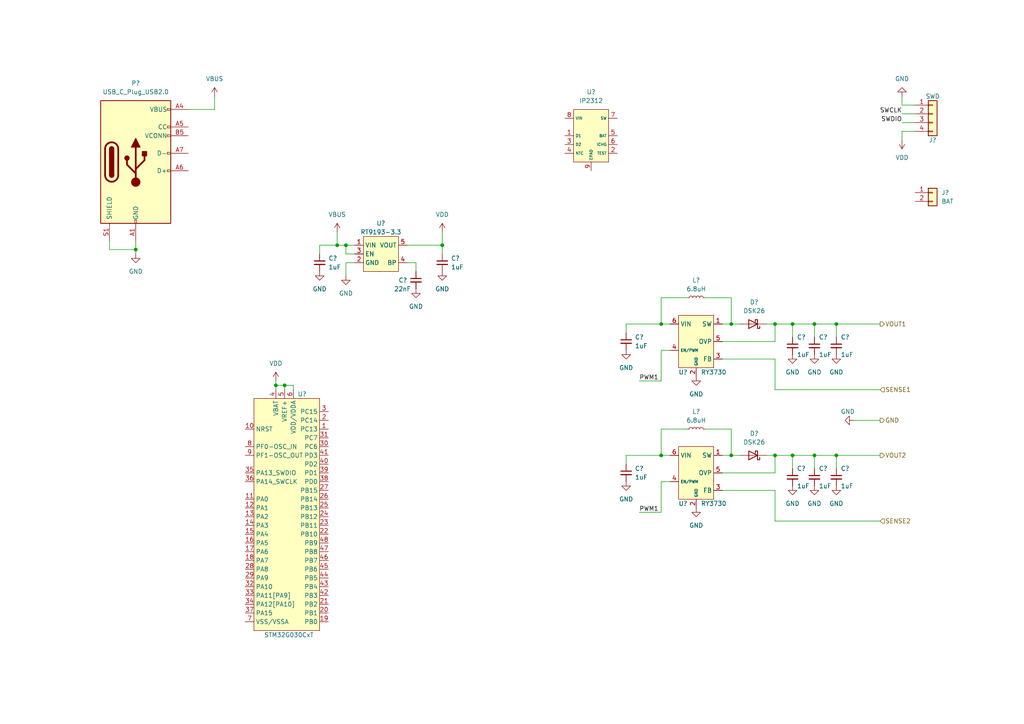
<source format=kicad_sch>
(kicad_sch (version 20211123) (generator eeschema)
  (paper "A4")
  (lib_symbols
    (symbol "Connector:USB_C_Plug_USB2.0" (pin_names (offset 1.016))
      (property "Reference" "P" (at -10.16 19.05 0))
      (property "Value" "USB_C_Plug_USB2.0" (at 12.7 19.05 0))
      (symbol "USB_C_Plug_USB2.0_0_0"
        (rectangle (start -0.254 -17.78) (end 0.254 -16.764))
        (rectangle (start 10.16 -2.286) (end 9.144 -2.794))
        (rectangle (start 10.16 2.794) (end 9.144 2.286))
        (rectangle (start 10.16 7.874) (end 9.144 7.366))
        (rectangle (start 10.16 10.414) (end 9.144 9.906))
        (rectangle (start 10.16 15.494) (end 9.144 14.986))
      )
      (symbol "USB_C_Plug_USB2.0_0_1"
        (rectangle (start -10.16 17.78) (end 10.16 -17.78) (stroke (width 0.254)) (fill (type background)))
        (arc (start -8.89 -3.81) (mid -6.985 -5.715) (end -5.08 -3.81) (stroke (width 0.508)))
        (arc (start -7.62 -3.81) (mid -6.985 -4.445) (end -6.35 -3.81) (stroke (width 0.254)))
        (arc (start -7.62 -3.81) (mid -6.985 -4.445) (end -6.35 -3.81) (stroke (width 0.254)) (fill (type outline)))
        (rectangle (start -7.62 -3.81) (end -6.35 3.81) (stroke (width 0.254)) (fill (type outline)))
        (arc (start -6.35 3.81) (mid -6.985 4.445) (end -7.62 3.81) (stroke (width 0.254)))
        (arc (start -6.35 3.81) (mid -6.985 4.445) (end -7.62 3.81) (stroke (width 0.254)) (fill (type outline)))
        (arc (start -5.08 3.81) (mid -6.985 5.715) (end -8.89 3.81) (stroke (width 0.508)))
        (circle (center -2.54 1.143) (radius 0.635) (stroke (width 0.254)) (fill (type outline)))
        (circle (center 0 -5.842) (radius 1.27) (fill (type outline)))
        (polyline (pts (xy -8.89 -3.81) (xy -8.89 3.81)) (stroke (width 0.508)))
        (polyline (pts (xy -5.08 3.81) (xy -5.08 -3.81)) (stroke (width 0.508)))
        (polyline (pts (xy 0 -5.842) (xy 0 4.318)) (stroke (width 0.508)))
        (polyline (pts (xy 0 -3.302) (xy -2.54 -0.762) (xy -2.54 0.508)) (stroke (width 0.508)))
        (polyline (pts (xy 0 -2.032) (xy 2.54 0.508) (xy 2.54 1.778)) (stroke (width 0.508)))
        (polyline (pts (xy -1.27 4.318) (xy 0 6.858) (xy 1.27 4.318) (xy -1.27 4.318)) (stroke (width 0.254)) (fill (type outline)))
        (rectangle (start 1.905 1.778) (end 3.175 3.048) (stroke (width 0.254)) (fill (type outline)))
      )
      (symbol "USB_C_Plug_USB2.0_1_1"
        (pin passive line (at 0 -22.86 90) (length 5.08) (name "GND") (number "A1"))
        (pin passive line (at 0 -22.86 90) (length 5.08) hide (name "GND") (number "A12"))
        (pin passive line (at 15.24 15.24 180) (length 5.08) (name "VBUS") (number "A4"))
        (pin bidirectional line (at 15.24 10.16 180) (length 5.08) (name "CC") (number "A5"))
        (pin bidirectional line (at 15.24 -2.54 180) (length 5.08) (name "D+") (number "A6"))
        (pin bidirectional line (at 15.24 2.54 180) (length 5.08) (name "D-") (number "A7"))
        (pin passive line (at 15.24 15.24 180) (length 5.08) hide (name "VBUS") (number "A9"))
        (pin passive line (at 0 -22.86 90) (length 5.08) hide (name "GND") (number "B1"))
        (pin passive line (at 0 -22.86 90) (length 5.08) hide (name "GND") (number "B12"))
        (pin passive line (at 15.24 15.24 180) (length 5.08) hide (name "VBUS") (number "B4"))
        (pin bidirectional line (at 15.24 7.62 180) (length 5.08) (name "VCONN") (number "B5"))
        (pin passive line (at 15.24 15.24 180) (length 5.08) hide (name "VBUS") (number "B9"))
        (pin passive line (at -7.62 -22.86 90) (length 5.08) (name "SHIELD") (number "S1"))
      )
    )
    (symbol "Connector_Generic:Conn_01x02" (pin_names (offset 1.016) hide)
      (property "Reference" "J" (at 0 2.54 0))
      (property "Value" "Conn_01x02" (at 0 -5.08 0))
      (symbol "Conn_01x02_1_1"
        (rectangle (start -1.27 -2.413) (end 0 -2.667) (stroke (width 0.1524)))
        (rectangle (start -1.27 0.127) (end 0 -0.127) (stroke (width 0.1524)))
        (rectangle (start -1.27 1.27) (end 1.27 -3.81) (stroke (width 0.254)) (fill (type background)))
        (pin passive line (at -5.08 0 0) (length 3.81) (name "Pin_1") (number "1"))
        (pin passive line (at -5.08 -2.54 0) (length 3.81) (name "Pin_2") (number "2"))
      )
    )
    (symbol "Connector_Generic:Conn_01x04" (pin_names (offset 1.016) hide)
      (property "Reference" "J" (at 0 5.08 0))
      (property "Value" "Conn_01x04" (at 0 -7.62 0))
      (symbol "Conn_01x04_1_1"
        (rectangle (start -1.27 -4.953) (end 0 -5.207) (stroke (width 0.1524)))
        (rectangle (start -1.27 -2.413) (end 0 -2.667) (stroke (width 0.1524)))
        (rectangle (start -1.27 0.127) (end 0 -0.127) (stroke (width 0.1524)))
        (rectangle (start -1.27 2.667) (end 0 2.413) (stroke (width 0.1524)))
        (rectangle (start -1.27 3.81) (end 1.27 -6.35) (stroke (width 0.254)) (fill (type background)))
        (pin passive line (at -5.08 2.54 0) (length 3.81) (name "Pin_1") (number "1"))
        (pin passive line (at -5.08 0 0) (length 3.81) (name "Pin_2") (number "2"))
        (pin passive line (at -5.08 -2.54 0) (length 3.81) (name "Pin_3") (number "3"))
        (pin passive line (at -5.08 -5.08 0) (length 3.81) (name "Pin_4") (number "4"))
      )
    )
    (symbol "Device:C_Small" (pin_numbers hide) (pin_names (offset 0.254) hide)
      (property "Reference" "C" (at 0.254 1.778 0))
      (property "Value" "C_Small" (at 0.254 -2.032 0))
      (symbol "C_Small_0_1"
        (polyline (pts (xy -1.524 -0.508) (xy 1.524 -0.508)) (stroke (width 0.3302)))
        (polyline (pts (xy -1.524 0.508) (xy 1.524 0.508)) (stroke (width 0.3048)))
      )
      (symbol "C_Small_1_1"
        (pin passive line (at 0 2.54 270) (length 2.032) (name "~") (number "1"))
        (pin passive line (at 0 -2.54 90) (length 2.032) (name "~") (number "2"))
      )
    )
    (symbol "Device:D_Schottky" (pin_numbers hide) (pin_names (offset 1.016) hide)
      (property "Reference" "D" (at 0 2.54 0))
      (property "Value" "D_Schottky" (at 0 -2.54 0))
      (symbol "D_Schottky_0_1"
        (polyline (pts (xy 1.27 0) (xy -1.27 0)))
        (polyline (pts (xy 1.27 1.27) (xy 1.27 -1.27) (xy -1.27 0) (xy 1.27 1.27)) (stroke (width 0.254)))
        (polyline (pts (xy -1.905 0.635) (xy -1.905 1.27) (xy -1.27 1.27) (xy -1.27 -1.27) (xy -0.635 -1.27) (xy -0.635 -0.635)) (stroke (width 0.254)))
      )
      (symbol "D_Schottky_1_1"
        (pin passive line (at -3.81 0 0) (length 2.54) (name "K") (number "1"))
        (pin passive line (at 3.81 0 180) (length 2.54) (name "A") (number "2"))
      )
    )
    (symbol "Device:L_Small" (pin_numbers hide) (pin_names (offset 0.254) hide)
      (property "Reference" "L" (at 0.762 1.016 0))
      (property "Value" "L_Small" (at 0.762 -1.016 0))
      (symbol "L_Small_0_1"
        (arc (start 0 -2.032) (mid 0.508 -1.524) (end 0 -1.016))
        (arc (start 0 -1.016) (mid 0.508 -0.508) (end 0 0))
        (arc (start 0 0) (mid 0.508 0.508) (end 0 1.016))
        (arc (start 0 1.016) (mid 0.508 1.524) (end 0 2.032))
      )
      (symbol "L_Small_1_1"
        (pin passive line (at 0 2.54 270) (length 0.508) (name "~") (number "1"))
        (pin passive line (at 0 -2.54 90) (length 0.508) (name "~") (number "2"))
      )
    )
    (symbol "EmoeLantern:IP2312"
      (property "Reference" "U" (at 1.27 -13.97 0))
      (property "Value" "IP2312" (at 0 3.81 0))
      (symbol "IP2312_0_1"
        (rectangle (start -5.08 2.54) (end 5.08 -12.7) (fill (type background)))
      )
      (symbol "IP2312_1_1"
        (pin bidirectional line (at -7.62 -5.08 0) (length 2.54) (name "D1") (number "1"))
        (pin bidirectional line (at 7.62 -10.16 180) (length 2.54) (name "TEST") (number "2"))
        (pin bidirectional line (at -7.62 -7.62 0) (length 2.54) (name "D2") (number "3"))
        (pin bidirectional line (at -7.62 -10.16 0) (length 2.54) (name "NTC") (number "4"))
        (pin bidirectional line (at 7.62 -5.08 180) (length 2.54) (name "BAT") (number "5"))
        (pin bidirectional line (at 7.62 -7.62 180) (length 2.54) (name "ICHG") (number "6"))
        (pin bidirectional line (at 7.62 0 180) (length 2.54) (name "SW") (number "7"))
        (pin bidirectional line (at -7.62 0 0) (length 2.54) (name "VIN") (number "8"))
        (pin bidirectional line (at 0 -15.24 90) (length 2.54) (name "EPAD") (number "9"))
      )
    )
    (symbol "EmoeLantern:RT9193"
      (property "Reference" "U" (at 0 6.35 0))
      (property "Value" "RT9193" (at 0 3.81 0))
      (symbol "RT9193_0_1"
        (rectangle (start -5.08 2.54) (end 5.08 -7.62) (fill (type background)))
      )
      (symbol "RT9193_1_1"
        (pin power_in line (at -7.62 0 0) (length 2.54) (name "VIN") (number "1"))
        (pin power_in line (at -7.62 -5.08 0) (length 2.54) (name "GND") (number "2"))
        (pin bidirectional line (at -7.62 -2.54 0) (length 2.54) (name "EN") (number "3"))
        (pin bidirectional line (at 7.62 -5.08 180) (length 2.54) (name "BP") (number "4"))
        (pin power_out line (at 7.62 0 180) (length 2.54) (name "VOUT") (number "5"))
      )
    )
    (symbol "EmoeLantern:RY3730"
      (property "Reference" "U" (at 1.27 -13.97 0))
      (property "Value" "RY3730" (at 0 3.81 0))
      (symbol "RY3730_0_1"
        (rectangle (start -5.08 2.54) (end 5.08 -12.7) (fill (type background)))
      )
      (symbol "RY3730_1_1"
        (pin bidirectional line (at 7.62 0 180) (length 2.54) (name "SW") (number "1"))
        (pin bidirectional line (at 0 -15.24 90) (length 2.54) (name "GND") (number "2"))
        (pin bidirectional line (at 7.62 -10.16 180) (length 2.54) (name "FB") (number "3"))
        (pin bidirectional line (at -7.62 -7.62 0) (length 2.54) (name "EN/PWM") (number "4"))
        (pin bidirectional line (at 7.62 -5.08 180) (length 2.54) (name "OVP") (number "5"))
        (pin bidirectional line (at -7.62 0 0) (length 2.54) (name "VIN") (number "6"))
      )
    )
    (symbol "MCU_ST_STM32G0:STM32G030CxT"
      (property "Reference" "U" (at 0 45.72 0))
      (property "Value" "STM32G030CxT" (at 0 45.72 0))
      (symbol "STM32G030CxT_0_1"
        (rectangle (start -8.89 29.21) (end 10.16 -38.1) (fill (type background)))
      )
      (symbol "STM32G030CxT_1_1"
        (pin bidirectional line (at 12.7 20.32 180) (length 2.54) (name "PC13") (number "1"))
        (pin bidirectional line (at -11.43 20.32 0) (length 2.54) (name "NRST") (number "10"))
        (pin bidirectional line (at -11.43 0 0) (length 2.54) (name "PA0") (number "11"))
        (pin bidirectional line (at -11.43 -2.54 0) (length 2.54) (name "PA1") (number "12"))
        (pin bidirectional line (at -11.43 -5.08 0) (length 2.54) (name "PA2") (number "13"))
        (pin bidirectional line (at -11.43 -7.62 0) (length 2.54) (name "PA3") (number "14"))
        (pin bidirectional line (at -11.43 -10.16 0) (length 2.54) (name "PA4") (number "15"))
        (pin bidirectional line (at -11.43 -12.7 0) (length 2.54) (name "PA5") (number "16"))
        (pin bidirectional line (at -11.43 -15.24 0) (length 2.54) (name "PA6") (number "17"))
        (pin bidirectional line (at -11.43 -17.78 0) (length 2.54) (name "PA7") (number "18"))
        (pin bidirectional line (at 12.7 -35.56 180) (length 2.54) (name "PB0") (number "19"))
        (pin bidirectional line (at 12.7 22.86 180) (length 2.54) (name "PC14") (number "2"))
        (pin bidirectional line (at 12.7 -33.02 180) (length 2.54) (name "PB1") (number "20"))
        (pin bidirectional line (at 12.7 -30.48 180) (length 2.54) (name "PB2") (number "21"))
        (pin bidirectional line (at 12.7 -10.16 180) (length 2.54) (name "PB10") (number "22"))
        (pin bidirectional line (at 12.7 -7.62 180) (length 2.54) (name "PB11") (number "23"))
        (pin bidirectional line (at 12.7 -5.08 180) (length 2.54) (name "PB12") (number "24"))
        (pin bidirectional line (at 12.7 -2.54 180) (length 2.54) (name "PB13") (number "25"))
        (pin bidirectional line (at 12.7 0 180) (length 2.54) (name "PB14") (number "26"))
        (pin bidirectional line (at 12.7 2.54 180) (length 2.54) (name "PB15") (number "27"))
        (pin bidirectional line (at -11.43 -20.32 0) (length 2.54) (name "PA8") (number "28"))
        (pin bidirectional line (at -11.43 -22.86 0) (length 2.54) (name "PA9") (number "29"))
        (pin bidirectional line (at 12.7 25.4 180) (length 2.54) (name "PC15") (number "3"))
        (pin bidirectional line (at 12.7 15.24 180) (length 2.54) (name "PC6") (number "30"))
        (pin bidirectional line (at 12.7 17.78 180) (length 2.54) (name "PC7") (number "31"))
        (pin bidirectional line (at -11.43 -25.4 0) (length 2.54) (name "PA10") (number "32"))
        (pin bidirectional line (at -11.43 -27.94 0) (length 2.54) (name "PA11[PA9]") (number "33"))
        (pin bidirectional line (at -11.43 -30.48 0) (length 2.54) (name "PA12[PA10]") (number "34"))
        (pin bidirectional line (at -11.43 7.62 0) (length 2.54) (name "PA13_SWDIO") (number "35"))
        (pin bidirectional line (at -11.43 5.08 0) (length 2.54) (name "PA14_SWCLK") (number "36"))
        (pin bidirectional line (at -11.43 -33.02 0) (length 2.54) (name "PA15") (number "37"))
        (pin bidirectional line (at 12.7 5.08 180) (length 2.54) (name "PD0") (number "38"))
        (pin bidirectional line (at 12.7 7.62 180) (length 2.54) (name "PD1") (number "39"))
        (pin bidirectional line (at -2.54 31.75 270) (length 2.54) (name "VBAT") (number "4"))
        (pin bidirectional line (at 12.7 10.16 180) (length 2.54) (name "PD2") (number "40"))
        (pin bidirectional line (at 12.7 12.7 180) (length 2.54) (name "PD3") (number "41"))
        (pin bidirectional line (at 12.7 -27.94 180) (length 2.54) (name "PB3") (number "42"))
        (pin bidirectional line (at 12.7 -25.4 180) (length 2.54) (name "PB4") (number "43"))
        (pin bidirectional line (at 12.7 -22.86 180) (length 2.54) (name "PB5") (number "44"))
        (pin bidirectional line (at 12.7 -20.32 180) (length 2.54) (name "PB6") (number "45"))
        (pin bidirectional line (at 12.7 -17.78 180) (length 2.54) (name "PB7") (number "46"))
        (pin bidirectional line (at 12.7 -15.24 180) (length 2.54) (name "PB8") (number "47"))
        (pin bidirectional line (at 12.7 -12.7 180) (length 2.54) (name "PB9") (number "48"))
        (pin bidirectional line (at 0 31.75 270) (length 2.54) (name "VREF+") (number "5"))
        (pin power_in line (at 2.54 31.75 270) (length 2.54) (name "VDD/VDDA") (number "6"))
        (pin bidirectional line (at -11.43 -35.56 0) (length 2.54) (name "VSS/VSSA") (number "7"))
        (pin bidirectional line (at -11.43 15.24 0) (length 2.54) (name "PF0-OSC_IN") (number "8"))
        (pin bidirectional line (at -11.43 12.7 0) (length 2.54) (name "PF1-OSC_OUT") (number "9"))
      )
    )
    (symbol "power:GND" (power) (pin_names (offset 0))
      (property "Value" "GND" (at 0 -3.81 0))
      (symbol "GND_0_1"
        (polyline (pts (xy 0 0) (xy 0 -1.27) (xy 1.27 -1.27) (xy 0 -2.54) (xy -1.27 -1.27) (xy 0 -1.27)))
      )
      (symbol "GND_1_1"
        (pin power_in line (at 0 0 270) (length 0) hide (name "GND") (number "1"))
      )
    )
    (symbol "power:VBUS" (power) (pin_names (offset 0))
      (property "Value" "VBUS" (at 0 3.81 0))
      (symbol "VBUS_0_1"
        (polyline (pts (xy -0.762 1.27) (xy 0 2.54)))
        (polyline (pts (xy 0 0) (xy 0 2.54)))
        (polyline (pts (xy 0 2.54) (xy 0.762 1.27)))
      )
      (symbol "VBUS_1_1"
        (pin power_in line (at 0 0 90) (length 0) hide (name "VBUS") (number "1"))
      )
    )
    (symbol "power:VDD" (power) (pin_names (offset 0))
      (property "Value" "VDD" (at 0 3.81 0))
      (symbol "VDD_0_1"
        (polyline (pts (xy -0.762 1.27) (xy 0 2.54)))
        (polyline (pts (xy 0 0) (xy 0 2.54)))
        (polyline (pts (xy 0 2.54) (xy 0.762 1.27)))
      )
      (symbol "VDD_1_1"
        (pin power_in line (at 0 0 90) (length 0) hide (name "VDD") (number "1"))
      )
    )
  )
  (junction (at 191.77 132.08))
  (junction (at 242.57 132.08))
  (junction (at 229.87 132.08))
  (junction (at 224.79 93.98))
  (junction (at 242.57 93.98))
  (junction (at 97.79 71.12))
  (junction (at 39.37 72.39))
  (junction (at 191.77 93.98))
  (junction (at 224.79 132.08))
  (junction (at 80.01 111.76))
  (junction (at 100.33 71.12))
  (junction (at 212.09 132.08))
  (junction (at 128.27 71.12))
  (junction (at 82.55 111.76))
  (junction (at 236.22 93.98))
  (junction (at 212.09 93.98))
  (junction (at 236.22 132.08))
  (junction (at 229.87 93.98))
  (wire (pts (xy 224.79 142.24) (xy 209.55 142.24)))
  (wire (pts (xy 236.22 132.08) (xy 229.87 132.08)))
  (wire (pts (xy 100.33 73.66) (xy 100.33 71.12)))
  (wire (pts (xy 194.31 101.6) (xy 191.77 101.6)))
  (wire (pts (xy 191.77 86.36) (xy 191.77 93.98)))
  (wire (pts (xy 100.33 71.12) (xy 102.87 71.12)))
  (wire (pts (xy 242.57 93.98) (xy 236.22 93.98)))
  (wire (pts (xy 261.62 38.1) (xy 261.62 40.64)))
  (wire (pts (xy 212.09 93.98) (xy 214.63 93.98)))
  (wire (pts (xy 85.09 113.03) (xy 85.09 111.76)))
  (wire (pts (xy 224.79 93.98) (xy 222.25 93.98)))
  (wire (pts (xy 181.61 132.08) (xy 191.77 132.08)))
  (wire (pts (xy 181.61 96.52) (xy 181.61 93.98)))
  (wire (pts (xy 54.61 31.75) (xy 62.23 31.75)))
  (wire (pts (xy 39.37 72.39) (xy 39.37 73.66)))
  (wire (pts (xy 224.79 99.06) (xy 224.79 93.98)))
  (wire (pts (xy 185.42 110.49) (xy 191.77 110.49)))
  (wire (pts (xy 242.57 132.08) (xy 236.22 132.08)))
  (wire (pts (xy 212.09 124.46) (xy 212.09 132.08)))
  (wire (pts (xy 191.77 93.98) (xy 194.31 93.98)))
  (wire (pts (xy 204.47 86.36) (xy 212.09 86.36)))
  (wire (pts (xy 100.33 76.2) (xy 100.33 80.01)))
  (wire (pts (xy 191.77 124.46) (xy 191.77 132.08)))
  (wire (pts (xy 212.09 132.08) (xy 209.55 132.08)))
  (wire (pts (xy 236.22 135.89) (xy 236.22 132.08)))
  (wire (pts (xy 247.65 121.92) (xy 255.27 121.92)))
  (wire (pts (xy 80.01 110.49) (xy 80.01 111.76)))
  (wire (pts (xy 236.22 97.79) (xy 236.22 93.98)))
  (wire (pts (xy 97.79 71.12) (xy 100.33 71.12)))
  (wire (pts (xy 209.55 99.06) (xy 224.79 99.06)))
  (wire (pts (xy 204.47 124.46) (xy 212.09 124.46)))
  (wire (pts (xy 85.09 111.76) (xy 82.55 111.76)))
  (wire (pts (xy 229.87 135.89) (xy 229.87 132.08)))
  (wire (pts (xy 229.87 93.98) (xy 224.79 93.98)))
  (wire (pts (xy 224.79 132.08) (xy 222.25 132.08)))
  (wire (pts (xy 229.87 132.08) (xy 224.79 132.08)))
  (wire (pts (xy 265.43 38.1) (xy 261.62 38.1)))
  (wire (pts (xy 39.37 69.85) (xy 39.37 72.39)))
  (wire (pts (xy 120.65 76.2) (xy 118.11 76.2)))
  (wire (pts (xy 97.79 67.31) (xy 97.79 71.12)))
  (wire (pts (xy 265.43 35.56) (xy 261.62 35.56)))
  (wire (pts (xy 31.75 69.85) (xy 31.75 72.39)))
  (wire (pts (xy 224.79 137.16) (xy 224.79 132.08)))
  (wire (pts (xy 242.57 97.79) (xy 242.57 93.98)))
  (wire (pts (xy 128.27 67.31) (xy 128.27 71.12)))
  (wire (pts (xy 120.65 78.74) (xy 120.65 76.2)))
  (wire (pts (xy 212.09 86.36) (xy 212.09 93.98)))
  (wire (pts (xy 194.31 139.7) (xy 191.77 139.7)))
  (wire (pts (xy 102.87 76.2) (xy 100.33 76.2)))
  (wire (pts (xy 92.71 73.66) (xy 92.71 71.12)))
  (wire (pts (xy 224.79 151.13) (xy 224.79 142.24)))
  (wire (pts (xy 128.27 73.66) (xy 128.27 71.12)))
  (wire (pts (xy 191.77 139.7) (xy 191.77 148.59)))
  (wire (pts (xy 265.43 33.02) (xy 261.62 33.02)))
  (wire (pts (xy 261.62 27.94) (xy 261.62 30.48)))
  (wire (pts (xy 191.77 101.6) (xy 191.77 110.49)))
  (wire (pts (xy 181.61 93.98) (xy 191.77 93.98)))
  (wire (pts (xy 92.71 71.12) (xy 97.79 71.12)))
  (wire (pts (xy 261.62 30.48) (xy 265.43 30.48)))
  (wire (pts (xy 242.57 132.08) (xy 255.27 132.08)))
  (wire (pts (xy 242.57 93.98) (xy 255.27 93.98)))
  (wire (pts (xy 224.79 151.13) (xy 255.27 151.13)))
  (wire (pts (xy 242.57 135.89) (xy 242.57 132.08)))
  (wire (pts (xy 128.27 71.12) (xy 118.11 71.12)))
  (wire (pts (xy 199.39 124.46) (xy 191.77 124.46)))
  (wire (pts (xy 31.75 72.39) (xy 39.37 72.39)))
  (wire (pts (xy 181.61 134.62) (xy 181.61 132.08)))
  (wire (pts (xy 212.09 132.08) (xy 214.63 132.08)))
  (wire (pts (xy 185.42 148.59) (xy 191.77 148.59)))
  (wire (pts (xy 191.77 132.08) (xy 194.31 132.08)))
  (wire (pts (xy 62.23 31.75) (xy 62.23 27.94)))
  (wire (pts (xy 82.55 113.03) (xy 82.55 111.76)))
  (wire (pts (xy 224.79 113.03) (xy 255.27 113.03)))
  (wire (pts (xy 82.55 111.76) (xy 80.01 111.76)))
  (wire (pts (xy 224.79 104.14) (xy 209.55 104.14)))
  (wire (pts (xy 229.87 97.79) (xy 229.87 93.98)))
  (wire (pts (xy 102.87 73.66) (xy 100.33 73.66)))
  (wire (pts (xy 224.79 113.03) (xy 224.79 104.14)))
  (wire (pts (xy 80.01 111.76) (xy 80.01 113.03)))
  (wire (pts (xy 236.22 93.98) (xy 229.87 93.98)))
  (wire (pts (xy 212.09 93.98) (xy 209.55 93.98)))
  (wire (pts (xy 209.55 137.16) (xy 224.79 137.16)))
  (wire (pts (xy 199.39 86.36) (xy 191.77 86.36)))
  (label "SWCLK" (at 261.62 33.02 180))
  (label "SWDIO" (at 261.62 35.56 180))
  (label "PWM1" (at 185.42 110.49 0))
  (label "PWM1" (at 185.42 148.59 0))
  (hierarchical_label "SENSE2" (shape input) (at 255.27 151.13 0))
  (hierarchical_label "VOUT2" (shape output) (at 255.27 132.08 0))
  (hierarchical_label "VOUT1" (shape output) (at 255.27 93.98 0))
  (hierarchical_label "SENSE1" (shape input) (at 255.27 113.03 0))
  (hierarchical_label "GND" (shape output) (at 255.27 121.92 0))
  (symbol (lib_id "power:GND") (at 201.93 147.32 0) (unit 1)
    (property "Reference" "#PWR?" (effects hide))
    (property "Value" "GND" (at 201.93 152.4 0))
  )
  (symbol (lib_id "Device:C_Small") (at 120.65 81.28 0) (unit 1)
    (property "Reference" "C?" (at 115.57 81.28 0) (effects (justify left)))
    (property "Value" "22nF" (at 114.3 83.82 0) (effects (justify left)))
    (property "Footprint" "Capacitor_SMD:C_0805_2012Metric" (effects hide))
  )
  (symbol (lib_id "power:GND") (at 229.87 102.87 0) (unit 1)
    (property "Reference" "#PWR?" (effects hide))
    (property "Value" "GND" (at 229.87 107.95 0))
  )
  (symbol (lib_id "Device:C_Small") (at 181.61 137.16 0) (unit 1)
    (property "Reference" "C?" (at 184.15 135.8962 0) (effects (justify left)))
    (property "Value" "1uF" (at 184.15 138.4362 0) (effects (justify left)))
    (property "Footprint" "Capacitor_SMD:C_0805_2012Metric" (effects hide))
  )
  (symbol (lib_id "Connector:USB_C_Plug_USB2.0") (at 39.37 46.99 0) (unit 1)
    (property "Reference" "P?" (at 39.37 24.13 0))
    (property "Value" "USB_C_Plug_USB2.0" (at 39.37 26.67 0))
    (property "Datasheet" "https://www.usb.org/sites/default/files/documents/usb_type-c.zip" (effects hide))
  )
  (symbol (lib_id "power:GND") (at 201.93 109.22 0) (unit 1)
    (property "Reference" "#PWR?" (effects hide))
    (property "Value" "GND" (at 201.93 114.3 0))
  )
  (symbol (lib_id "EmoeLantern:RT9193") (at 110.49 71.12 0) (unit 1)
    (property "Reference" "U?" (at 110.49 64.77 0))
    (property "Value" "RT9193-3.3" (at 110.49 67.31 0))
  )
  (symbol (lib_id "Device:C_Small") (at 236.22 100.33 0) (unit 1)
    (property "Reference" "C?" (at 237.49 97.79 0) (effects (justify left)))
    (property "Value" "1uF" (at 237.49 102.87 0) (effects (justify left)))
    (property "Footprint" "Capacitor_SMD:C_0805_2012Metric" (effects hide))
  )
  (symbol (lib_id "power:GND") (at 242.57 102.87 0) (unit 1)
    (property "Reference" "#PWR?" (effects hide))
    (property "Value" "GND" (at 242.57 107.95 0))
  )
  (symbol (lib_id "power:GND") (at 120.65 83.82 0) (unit 1)
    (property "Reference" "#PWR?" (effects hide))
    (property "Value" "GND" (at 120.65 88.9 0))
  )
  (symbol (lib_id "EmoeLantern:IP2312") (at 171.45 34.29 0) (unit 1)
    (property "Reference" "U?" (at 171.45 26.67 0))
    (property "Value" "IP2312" (at 171.45 29.21 0))
  )
  (symbol (lib_id "power:GND") (at 229.87 140.97 0) (unit 1)
    (property "Reference" "#PWR?" (effects hide))
    (property "Value" "GND" (at 229.87 146.05 0))
  )
  (symbol (lib_id "Device:L_Small") (at 201.93 124.46 90) (unit 1)
    (property "Reference" "L?" (at 201.93 119.38 90))
    (property "Value" "6.8uH" (at 201.93 121.92 90))
  )
  (symbol (lib_id "EmoeLantern:RY3730") (at 201.93 93.98 0) (unit 1)
    (property "Reference" "U?" (at 198.12 107.95 0))
    (property "Value" "RY3730" (at 207.01 107.95 0))
  )
  (symbol (lib_id "Device:C_Small") (at 242.57 100.33 0) (unit 1)
    (property "Reference" "C?" (at 243.84 97.79 0) (effects (justify left)))
    (property "Value" "1uF" (at 243.84 102.87 0) (effects (justify left)))
    (property "Footprint" "Capacitor_SMD:C_0805_2012Metric" (effects hide))
  )
  (symbol (lib_id "power:VBUS") (at 97.79 67.31 0) (unit 1)
    (property "Reference" "#PWR?" (effects hide))
    (property "Value" "VBUS" (at 97.79 62.23 0))
  )
  (symbol (lib_id "Device:D_Schottky") (at 218.44 132.08 180) (unit 1)
    (property "Reference" "D?" (at 218.7575 125.73 0))
    (property "Value" "DSK26" (at 218.7575 128.27 0))
    (property "Footprint" "Diode_SMD:D_SOD-123F" (effects hide))
  )
  (symbol (lib_id "power:VDD") (at 128.27 67.31 0) (unit 1)
    (property "Reference" "#PWR?" (effects hide))
    (property "Value" "VDD" (at 128.27 62.23 0))
  )
  (symbol (lib_id "Device:C_Small") (at 242.57 138.43 0) (unit 1)
    (property "Reference" "C?" (at 243.84 135.89 0) (effects (justify left)))
    (property "Value" "1uF" (at 243.84 140.97 0) (effects (justify left)))
    (property "Footprint" "Capacitor_SMD:C_0805_2012Metric" (effects hide))
  )
  (symbol (lib_id "Device:C_Small") (at 236.22 138.43 0) (unit 1)
    (property "Reference" "C?" (at 237.49 135.89 0) (effects (justify left)))
    (property "Value" "1uF" (at 237.49 140.97 0) (effects (justify left)))
    (property "Footprint" "Capacitor_SMD:C_0805_2012Metric" (effects hide))
  )
  (symbol (lib_id "Device:C_Small") (at 128.27 76.2 0) (unit 1)
    (property "Reference" "C?" (at 130.81 74.9362 0) (effects (justify left)))
    (property "Value" "1uF" (at 130.81 77.4762 0) (effects (justify left)))
    (property "Footprint" "Capacitor_SMD:C_0805_2012Metric" (effects hide))
  )
  (symbol (lib_id "Device:C_Small") (at 181.61 99.06 0) (unit 1)
    (property "Reference" "C?" (at 184.15 97.7962 0) (effects (justify left)))
    (property "Value" "1uF" (at 184.15 100.3362 0) (effects (justify left)))
    (property "Footprint" "Capacitor_SMD:C_0805_2012Metric" (effects hide))
  )
  (symbol (lib_id "MCU_ST_STM32G0:STM32G030CxT") (at 82.55 144.78 0) (unit 1)
    (property "Reference" "U?" (at 87.63 114.3 0))
    (property "Value" "STM32G030CxT" (at 83.82 184.15 0))
  )
  (symbol (lib_id "power:GND") (at 181.61 139.7 0) (unit 1)
    (property "Reference" "#PWR?" (effects hide))
    (property "Value" "GND" (at 181.61 144.78 0))
  )
  (symbol (lib_id "power:VDD") (at 80.01 110.49 0) (unit 1)
    (property "Reference" "#PWR?" (effects hide))
    (property "Value" "VDD" (at 80.01 105.41 0))
  )
  (symbol (lib_id "Device:D_Schottky") (at 218.44 93.98 180) (unit 1)
    (property "Reference" "D?" (at 218.7575 87.63 0))
    (property "Value" "DSK26" (at 218.7575 90.17 0))
    (property "Footprint" "Diode_SMD:D_SOD-123F" (effects hide))
  )
  (symbol (lib_id "power:VBUS") (at 62.23 27.94 0) (unit 1)
    (property "Reference" "#PWR?" (effects hide))
    (property "Value" "VBUS" (at 62.23 22.86 0))
  )
  (symbol (lib_id "power:GND") (at 261.62 27.94 180) (unit 1)
    (property "Reference" "#PWR?" (effects hide))
    (property "Value" "GND" (at 261.62 22.86 0))
  )
  (symbol (lib_id "Device:C_Small") (at 92.71 76.2 0) (unit 1)
    (property "Reference" "C?" (at 95.25 74.9362 0) (effects (justify left)))
    (property "Value" "1uF" (at 95.25 77.4762 0) (effects (justify left)))
    (property "Footprint" "Capacitor_SMD:C_0805_2012Metric" (effects hide))
  )
  (symbol (lib_id "power:GND") (at 242.57 140.97 0) (unit 1)
    (property "Reference" "#PWR?" (effects hide))
    (property "Value" "GND" (at 242.57 146.05 0))
  )
  (symbol (lib_id "power:GND") (at 100.33 80.01 0) (unit 1)
    (property "Reference" "#PWR?" (effects hide))
    (property "Value" "GND" (at 100.33 85.09 0))
  )
  (symbol (lib_id "power:VDD") (at 261.62 40.64 180) (unit 1)
    (property "Reference" "#PWR?" (effects hide))
    (property "Value" "VDD" (at 261.62 45.72 0))
  )
  (symbol (lib_id "Connector_Generic:Conn_01x02") (at 270.51 55.88 0) (unit 1)
    (property "Reference" "J?" (at 273.05 55.8799 0) (effects (justify left)))
    (property "Value" "BAT" (at 273.05 58.4199 0) (effects (justify left)))
  )
  (symbol (lib_id "power:GND") (at 181.61 101.6 0) (unit 1)
    (property "Reference" "#PWR?" (effects hide))
    (property "Value" "GND" (at 181.61 106.68 0))
  )
  (symbol (lib_id "power:GND") (at 236.22 140.97 0) (unit 1)
    (property "Reference" "#PWR?" (effects hide))
    (property "Value" "GND" (at 236.22 146.05 0))
  )
  (symbol (lib_id "power:GND") (at 39.37 73.66 0) (unit 1)
    (property "Reference" "#PWR?" (effects hide))
    (property "Value" "GND" (at 39.37 78.74 0))
  )
  (symbol (lib_id "Device:L_Small") (at 201.93 86.36 90) (unit 1)
    (property "Reference" "L?" (at 201.93 81.28 90))
    (property "Value" "6.8uH" (at 201.93 83.82 90))
  )
  (symbol (lib_id "power:GND") (at 92.71 78.74 0) (unit 1)
    (property "Reference" "#PWR?" (effects hide))
    (property "Value" "GND" (at 92.71 83.82 0))
  )
  (symbol (lib_id "power:GND") (at 128.27 78.74 0) (unit 1)
    (property "Reference" "#PWR?" (effects hide))
    (property "Value" "GND" (at 128.27 83.82 0))
  )
  (symbol (lib_id "EmoeLantern:RY3730") (at 201.93 132.08 0) (unit 1)
    (property "Reference" "U?" (at 198.12 146.05 0))
    (property "Value" "RY3730" (at 207.01 146.05 0))
  )
  (symbol (lib_id "power:GND") (at 247.65 121.92 270) (unit 1)
    (property "Reference" "#PWR?" (effects hide))
    (property "Value" "GND" (at 243.84 119.38 90) (effects (justify left)))
  )
  (symbol (lib_id "Connector_Generic:Conn_01x04") (at 270.51 33.02 0) (unit 1)
    (property "Reference" "J?" (at 270.51 40.64 0))
    (property "Value" "SWD" (at 270.51 27.94 0))
  )
  (symbol (lib_id "power:GND") (at 236.22 102.87 0) (unit 1)
    (property "Reference" "#PWR?" (effects hide))
    (property "Value" "GND" (at 236.22 107.95 0))
  )
  (symbol (lib_id "Device:C_Small") (at 229.87 138.43 0) (unit 1)
    (property "Reference" "C?" (at 231.14 135.89 0) (effects (justify left)))
    (property "Value" "1uF" (at 231.14 140.97 0) (effects (justify left)))
    (property "Footprint" "Capacitor_SMD:C_0805_2012Metric" (effects hide))
  )
  (symbol (lib_id "Device:C_Small") (at 229.87 100.33 0) (unit 1)
    (property "Reference" "C?" (at 231.14 97.79 0) (effects (justify left)))
    (property "Value" "1uF" (at 231.14 102.87 0) (effects (justify left)))
    (property "Footprint" "Capacitor_SMD:C_0805_2012Metric" (effects hide))
  )
)
</source>
